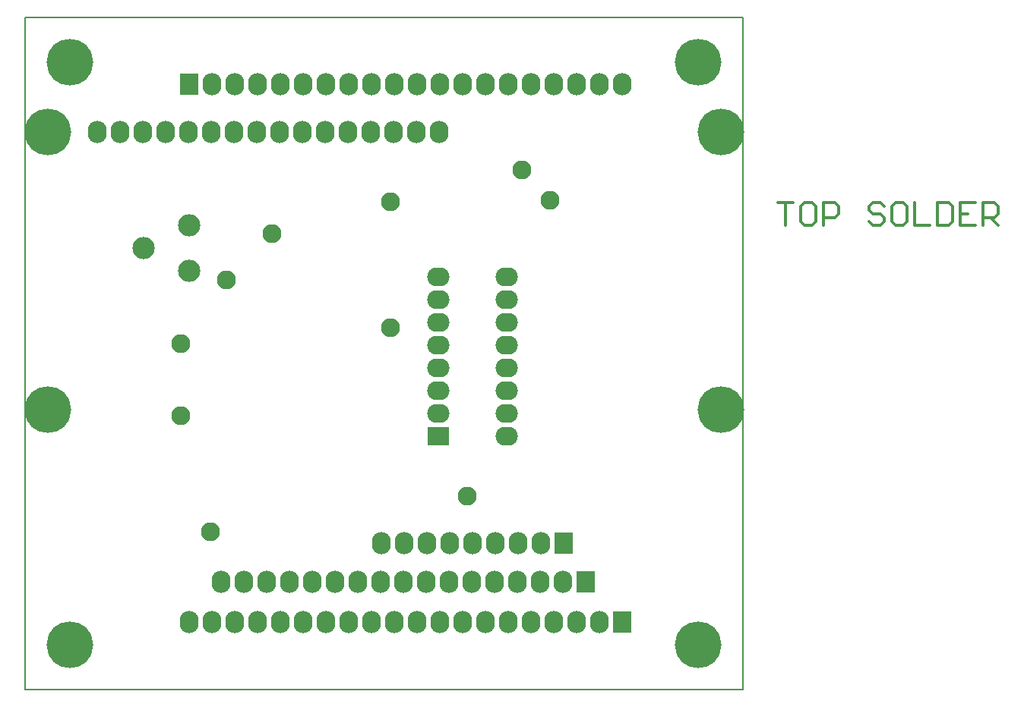
<source format=gts>
%FSLAX25Y25*%
%MOIN*%
G70*
G01*
G75*
G04 Layer_Color=8388736*
%ADD10C,0.03000*%
%ADD11C,0.01800*%
%ADD12C,0.02200*%
%ADD13C,0.00800*%
%ADD14C,0.01400*%
%ADD15C,0.01575*%
%ADD16C,0.19685*%
%ADD17O,0.07500X0.09000*%
%ADD18R,0.07500X0.09000*%
%ADD19C,0.09000*%
%ADD20R,0.09000X0.07500*%
%ADD21O,0.09000X0.07500*%
%ADD22C,0.07500*%
%ADD23C,0.09843*%
%ADD24R,0.06693X0.06693*%
%ADD25R,0.06693X0.06693*%
%ADD26C,0.01600*%
%ADD27C,0.00787*%
%ADD28C,0.01000*%
%ADD29C,0.20485*%
%ADD30O,0.08300X0.09800*%
%ADD31R,0.08300X0.09800*%
%ADD32C,0.09800*%
%ADD33R,0.09800X0.08300*%
%ADD34O,0.09800X0.08300*%
%ADD35C,0.08300*%
D13*
X393701Y393701D02*
Y688976D01*
X708661D01*
Y393701D02*
Y688976D01*
X393701Y393701D02*
X708661D01*
D14*
X724000Y607597D02*
X730664D01*
X727332D01*
Y597600D01*
X738995Y607597D02*
X735663D01*
X733997Y605931D01*
Y599266D01*
X735663Y597600D01*
X738995D01*
X740661Y599266D01*
Y605931D01*
X738995Y607597D01*
X743994Y597600D02*
Y607597D01*
X748992D01*
X750658Y605931D01*
Y602598D01*
X748992Y600932D01*
X743994D01*
X770652Y605931D02*
X768986Y607597D01*
X765653D01*
X763987Y605931D01*
Y604264D01*
X765653Y602598D01*
X768986D01*
X770652Y600932D01*
Y599266D01*
X768986Y597600D01*
X765653D01*
X763987Y599266D01*
X778982Y607597D02*
X775650D01*
X773984Y605931D01*
Y599266D01*
X775650Y597600D01*
X778982D01*
X780648Y599266D01*
Y605931D01*
X778982Y607597D01*
X783981D02*
Y597600D01*
X790645D01*
X793977Y607597D02*
Y597600D01*
X798976D01*
X800642Y599266D01*
Y605931D01*
X798976Y607597D01*
X793977D01*
X810639D02*
X803974D01*
Y597600D01*
X810639D01*
X803974Y602598D02*
X807306D01*
X813971Y597600D02*
Y607597D01*
X818969D01*
X820635Y605931D01*
Y602598D01*
X818969Y600932D01*
X813971D01*
X817303D02*
X820635Y597600D01*
D29*
X699000Y516500D02*
D03*
X403724D02*
D03*
X699000Y638547D02*
D03*
X403724D02*
D03*
X413386Y669291D02*
D03*
X688976D02*
D03*
Y413386D02*
D03*
X413386D02*
D03*
D30*
X565378Y638547D02*
D03*
X425378D02*
D03*
X485378D02*
D03*
X495378D02*
D03*
X505378D02*
D03*
X515378D02*
D03*
X525378D02*
D03*
X535378D02*
D03*
X545378D02*
D03*
X555378D02*
D03*
X475378D02*
D03*
X445378D02*
D03*
X575378D02*
D03*
X455378D02*
D03*
X465378D02*
D03*
X435378D02*
D03*
X645591Y423228D02*
D03*
X635591D02*
D03*
X625591D02*
D03*
X615591D02*
D03*
X605591D02*
D03*
X595591D02*
D03*
X585591D02*
D03*
X575591D02*
D03*
X565591D02*
D03*
X555591D02*
D03*
X545591D02*
D03*
X535591D02*
D03*
X525591D02*
D03*
X515591D02*
D03*
X505591D02*
D03*
X495591D02*
D03*
X485591D02*
D03*
X475591D02*
D03*
X465591D02*
D03*
X609800Y457900D02*
D03*
X599800D02*
D03*
X589800D02*
D03*
X579800D02*
D03*
X569800D02*
D03*
X559800D02*
D03*
X549800D02*
D03*
X619800D02*
D03*
X475591Y659449D02*
D03*
X485591D02*
D03*
X495591D02*
D03*
X505591D02*
D03*
X515591D02*
D03*
X525591D02*
D03*
X535591D02*
D03*
X545591D02*
D03*
X555591D02*
D03*
X565591D02*
D03*
X575591D02*
D03*
X585591D02*
D03*
X595591D02*
D03*
X605591D02*
D03*
X615591D02*
D03*
X625591D02*
D03*
X635591D02*
D03*
X645591D02*
D03*
X655591D02*
D03*
X629685Y440945D02*
D03*
X619685D02*
D03*
X609685D02*
D03*
X599685D02*
D03*
X589685D02*
D03*
X579685D02*
D03*
X569685D02*
D03*
X559685D02*
D03*
X549685D02*
D03*
X539685D02*
D03*
X529685D02*
D03*
X519685D02*
D03*
X509685D02*
D03*
X499685D02*
D03*
X489685D02*
D03*
X479685D02*
D03*
D31*
X655591Y423228D02*
D03*
X629800Y457900D02*
D03*
X465591Y659449D02*
D03*
X639685Y440945D02*
D03*
D32*
X465500Y577400D02*
D03*
Y597400D02*
D03*
X445500Y587400D02*
D03*
D33*
X575000Y505000D02*
D03*
D34*
Y515000D02*
D03*
Y525000D02*
D03*
Y535000D02*
D03*
Y545000D02*
D03*
Y555000D02*
D03*
Y565000D02*
D03*
Y575000D02*
D03*
X605000Y505000D02*
D03*
Y515000D02*
D03*
Y525000D02*
D03*
Y535000D02*
D03*
Y545000D02*
D03*
Y555000D02*
D03*
Y565000D02*
D03*
Y575000D02*
D03*
D35*
X502000Y594000D02*
D03*
X482000Y573500D02*
D03*
X462000Y545500D02*
D03*
Y514000D02*
D03*
X611500Y622000D02*
D03*
X624000Y608500D02*
D03*
X554000Y552500D02*
D03*
X587500Y478500D02*
D03*
X475000Y463000D02*
D03*
X554000Y608000D02*
D03*
M02*

</source>
